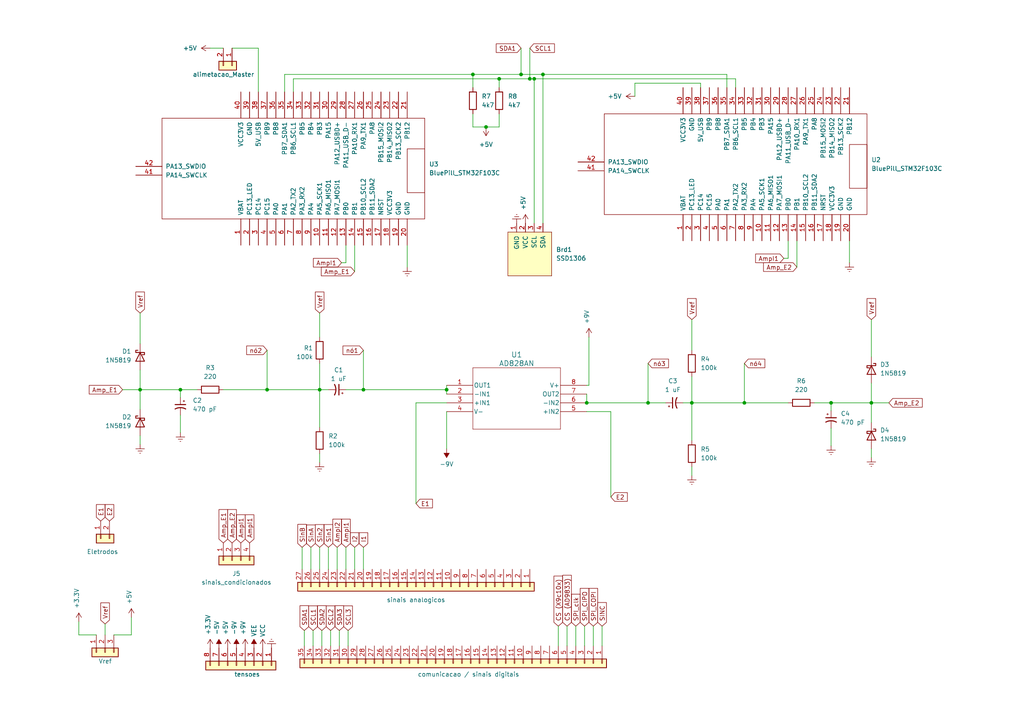
<source format=kicad_sch>
(kicad_sch (version 20230121) (generator eeschema)
  (paper "A4")
  (title_block (title "Condicionamento 2 canais ") (date "2023-07-17") (rev "v01") (company "EITduino") (comment 1 "Autor: Gustavo Pinheiro") (comment 2 "placa face simples 90x100 mm"))
  (lib_symbols
    (symbol "AD828AN:AD828AN" (pin_names (offset 0.254))
      (property "Reference" "U" (at 20.32 10.16 0))
      (property "Value" "AD828AN" (at 20.32 7.62 0))
      (symbol "AD828AN_0_1"
        (polyline (pts (xy 7.62 -12.7) (xy 33.02 -12.7)) (stroke (width 0.127)))
        (polyline (pts (xy 7.62 5.08) (xy 7.62 -12.7)) (stroke (width 0.127)))
        (polyline (pts (xy 33.02 -12.7) (xy 33.02 5.08)) (stroke (width 0.127)))
        (polyline (pts (xy 33.02 5.08) (xy 7.62 5.08)) (stroke (width 0.127)))
        (pin unspecified line (at 0 0 0) (length 7.62) (name "OUT1") (number "1"))
        (pin unspecified line (at 0 -2.54 0) (length 7.62) (name "-IN1") (number "2"))
        (pin unspecified line (at 0 -5.08 0) (length 7.62) (name "+IN1") (number "3"))
        (pin power_in line (at 0 -7.62 0) (length 7.62) (name "V-") (number "4"))
        (pin unspecified line (at 40.64 -7.62 180) (length 7.62) (name "+IN2") (number "5"))
        (pin unspecified line (at 40.64 -5.08 180) (length 7.62) (name "-IN2") (number "6"))
        (pin unspecified line (at 40.64 -2.54 180) (length 7.62) (name "OUT2") (number "7"))
        (pin power_in line (at 40.64 0 180) (length 7.62) (name "V+") (number "8"))
      )
    )
    (symbol "Connector_Generic:Conn_01x02" (pin_names (offset 1.016) hide)
      (property "Reference" "J" (at 0 2.54 0))
      (property "Value" "Conn_01x02" (at 0 -5.08 0))
      (symbol "Conn_01x02_1_1"
        (rectangle (start -1.27 -2.413) (end 0 -2.667) (stroke (width 0.1524)))
        (rectangle (start -1.27 0.127) (end 0 -0.127) (stroke (width 0.1524)))
        (rectangle (start -1.27 1.27) (end 1.27 -3.81) (stroke (width 0.254)) (fill (type background)))
        (pin passive line (at -5.08 0 0) (length 3.81) (name "Pin_1") (number "1"))
        (pin passive line (at -5.08 -2.54 0) (length 3.81) (name "Pin_2") (number "2"))
      )
    )
    (symbol "Connector_Generic:Conn_01x03" (pin_names (offset 1.016) hide)
      (property "Reference" "J" (at 0 5.08 0))
      (property "Value" "Conn_01x03" (at 0 -5.08 0))
      (symbol "Conn_01x03_1_1"
        (rectangle (start -1.27 -2.413) (end 0 -2.667) (stroke (width 0.1524)))
        (rectangle (start -1.27 0.127) (end 0 -0.127) (stroke (width 0.1524)))
        (rectangle (start -1.27 2.667) (end 0 2.413) (stroke (width 0.1524)))
        (rectangle (start -1.27 3.81) (end 1.27 -3.81) (stroke (width 0.254)) (fill (type background)))
        (pin passive line (at -5.08 2.54 0) (length 3.81) (name "Pin_1") (number "1"))
        (pin passive line (at -5.08 0 0) (length 3.81) (name "Pin_2") (number "2"))
        (pin passive line (at -5.08 -2.54 0) (length 3.81) (name "Pin_3") (number "3"))
      )
    )
    (symbol "Connector_Generic:Conn_01x04" (pin_names (offset 1.016) hide)
      (property "Reference" "J" (at 0 5.08 0))
      (property "Value" "Conn_01x04" (at 0 -7.62 0))
      (symbol "Conn_01x04_1_1"
        (rectangle (start -1.27 -4.953) (end 0 -5.207) (stroke (width 0.1524)))
        (rectangle (start -1.27 -2.413) (end 0 -2.667) (stroke (width 0.1524)))
        (rectangle (start -1.27 0.127) (end 0 -0.127) (stroke (width 0.1524)))
        (rectangle (start -1.27 2.667) (end 0 2.413) (stroke (width 0.1524)))
        (rectangle (start -1.27 3.81) (end 1.27 -6.35) (stroke (width 0.254)) (fill (type background)))
        (pin passive line (at -5.08 2.54 0) (length 3.81) (name "Pin_1") (number "1"))
        (pin passive line (at -5.08 0 0) (length 3.81) (name "Pin_2") (number "2"))
        (pin passive line (at -5.08 -2.54 0) (length 3.81) (name "Pin_3") (number "3"))
        (pin passive line (at -5.08 -5.08 0) (length 3.81) (name "Pin_4") (number "4"))
      )
    )
    (symbol "Connector_Generic:Conn_01x08" (pin_names (offset 1.016) hide)
      (property "Reference" "J" (at 0 10.16 0))
      (property "Value" "Conn_01x08" (at 0 -12.7 0))
      (symbol "Conn_01x08_1_1"
        (rectangle (start -1.27 -10.033) (end 0 -10.287) (stroke (width 0.1524)))
        (rectangle (start -1.27 -7.493) (end 0 -7.747) (stroke (width 0.1524)))
        (rectangle (start -1.27 -4.953) (end 0 -5.207) (stroke (width 0.1524)))
        (rectangle (start -1.27 -2.413) (end 0 -2.667) (stroke (width 0.1524)))
        (rectangle (start -1.27 0.127) (end 0 -0.127) (stroke (width 0.1524)))
        (rectangle (start -1.27 2.667) (end 0 2.413) (stroke (width 0.1524)))
        (rectangle (start -1.27 5.207) (end 0 4.953) (stroke (width 0.1524)))
        (rectangle (start -1.27 7.747) (end 0 7.493) (stroke (width 0.1524)))
        (rectangle (start -1.27 8.89) (end 1.27 -11.43) (stroke (width 0.254)) (fill (type background)))
        (pin passive line (at -5.08 7.62 0) (length 3.81) (name "Pin_1") (number "1"))
        (pin passive line (at -5.08 5.08 0) (length 3.81) (name "Pin_2") (number "2"))
        (pin passive line (at -5.08 2.54 0) (length 3.81) (name "Pin_3") (number "3"))
        (pin passive line (at -5.08 0 0) (length 3.81) (name "Pin_4") (number "4"))
        (pin passive line (at -5.08 -2.54 0) (length 3.81) (name "Pin_5") (number "5"))
        (pin passive line (at -5.08 -5.08 0) (length 3.81) (name "Pin_6") (number "6"))
        (pin passive line (at -5.08 -7.62 0) (length 3.81) (name "Pin_7") (number "7"))
        (pin passive line (at -5.08 -10.16 0) (length 3.81) (name "Pin_8") (number "8"))
      )
    )
    (symbol "Connector_Generic:Conn_01x27" (pin_names (offset 1.016) hide)
      (property "Reference" "J" (at 0 35.56 0))
      (property "Value" "Conn_01x27" (at 0 -35.56 0))
      (symbol "Conn_01x27_1_1"
        (rectangle (start -1.27 -32.893) (end 0 -33.147) (stroke (width 0.1524)))
        (rectangle (start -1.27 -30.353) (end 0 -30.607) (stroke (width 0.1524)))
        (rectangle (start -1.27 -27.813) (end 0 -28.067) (stroke (width 0.1524)))
        (rectangle (start -1.27 -25.273) (end 0 -25.527) (stroke (width 0.1524)))
        (rectangle (start -1.27 -22.733) (end 0 -22.987) (stroke (width 0.1524)))
        (rectangle (start -1.27 -20.193) (end 0 -20.447) (stroke (width 0.1524)))
        (rectangle (start -1.27 -17.653) (end 0 -17.907) (stroke (width 0.1524)))
        (rectangle (start -1.27 -15.113) (end 0 -15.367) (stroke (width 0.1524)))
        (rectangle (start -1.27 -12.573) (end 0 -12.827) (stroke (width 0.1524)))
        (rectangle (start -1.27 -10.033) (end 0 -10.287) (stroke (width 0.1524)))
        (rectangle (start -1.27 -7.493) (end 0 -7.747) (stroke (width 0.1524)))
        (rectangle (start -1.27 -4.953) (end 0 -5.207) (stroke (width 0.1524)))
        (rectangle (start -1.27 -2.413) (end 0 -2.667) (stroke (width 0.1524)))
        (rectangle (start -1.27 0.127) (end 0 -0.127) (stroke (width 0.1524)))
        (rectangle (start -1.27 2.667) (end 0 2.413) (stroke (width 0.1524)))
        (rectangle (start -1.27 5.207) (end 0 4.953) (stroke (width 0.1524)))
        (rectangle (start -1.27 7.747) (end 0 7.493) (stroke (width 0.1524)))
        (rectangle (start -1.27 10.287) (end 0 10.033) (stroke (width 0.1524)))
        (rectangle (start -1.27 12.827) (end 0 12.573) (stroke (width 0.1524)))
        (rectangle (start -1.27 15.367) (end 0 15.113) (stroke (width 0.1524)))
        (rectangle (start -1.27 17.907) (end 0 17.653) (stroke (width 0.1524)))
        (rectangle (start -1.27 20.447) (end 0 20.193) (stroke (width 0.1524)))
        (rectangle (start -1.27 22.987) (end 0 22.733) (stroke (width 0.1524)))
        (rectangle (start -1.27 25.527) (end 0 25.273) (stroke (width 0.1524)))
        (rectangle (start -1.27 28.067) (end 0 27.813) (stroke (width 0.1524)))
        (rectangle (start -1.27 30.607) (end 0 30.353) (stroke (width 0.1524)))
        (rectangle (start -1.27 33.147) (end 0 32.893) (stroke (width 0.1524)))
        (rectangle (start -1.27 34.29) (end 1.27 -34.29) (stroke (width 0.254)) (fill (type background)))
        (pin passive line (at -5.08 33.02 0) (length 3.81) (name "Pin_1") (number "1"))
        (pin passive line (at -5.08 10.16 0) (length 3.81) (name "Pin_10") (number "10"))
        (pin passive line (at -5.08 7.62 0) (length 3.81) (name "Pin_11") (number "11"))
        (pin passive line (at -5.08 5.08 0) (length 3.81) (name "Pin_12") (number "12"))
        (pin passive line (at -5.08 2.54 0) (length 3.81) (name "Pin_13") (number "13"))
        (pin passive line (at -5.08 0 0) (length 3.81) (name "Pin_14") (number "14"))
        (pin passive line (at -5.08 -2.54 0) (length 3.81) (name "Pin_15") (number "15"))
        (pin passive line (at -5.08 -5.08 0) (length 3.81) (name "Pin_16") (number "16"))
        (pin passive line (at -5.08 -7.62 0) (length 3.81) (name "Pin_17") (number "17"))
        (pin passive line (at -5.08 -10.16 0) (length 3.81) (name "Pin_18") (number "18"))
        (pin passive line (at -5.08 -12.7 0) (length 3.81) (name "Pin_19") (number "19"))
        (pin passive line (at -5.08 30.48 0) (length 3.81) (name "Pin_2") (number "2"))
        (pin passive line (at -5.08 -15.24 0) (length 3.81) (name "Pin_20") (number "20"))
        (pin passive line (at -5.08 -17.78 0) (length 3.81) (name "Pin_21") (number "21"))
        (pin passive line (at -5.08 -20.32 0) (length 3.81) (name "Pin_22") (number "22"))
        (pin passive line (at -5.08 -22.86 0) (length 3.81) (name "Pin_23") (number "23"))
        (pin passive line (at -5.08 -25.4 0) (length 3.81) (name "Pin_24") (number "24"))
        (pin passive line (at -5.08 -27.94 0) (length 3.81) (name "Pin_25") (number "25"))
        (pin passive line (at -5.08 -30.48 0) (length 3.81) (name "Pin_26") (number "26"))
        (pin passive line (at -5.08 -33.02 0) (length 3.81) (name "Pin_27") (number "27"))
        (pin passive line (at -5.08 27.94 0) (length 3.81) (name "Pin_3") (number "3"))
        (pin passive line (at -5.08 25.4 0) (length 3.81) (name "Pin_4") (number "4"))
        (pin passive line (at -5.08 22.86 0) (length 3.81) (name "Pin_5") (number "5"))
        (pin passive line (at -5.08 20.32 0) (length 3.81) (name "Pin_6") (number "6"))
        (pin passive line (at -5.08 17.78 0) (length 3.81) (name "Pin_7") (number "7"))
        (pin passive line (at -5.08 15.24 0) (length 3.81) (name "Pin_8") (number "8"))
        (pin passive line (at -5.08 12.7 0) (length 3.81) (name "Pin_9") (number "9"))
      )
    )
    (symbol "Connector_Generic:Conn_01x35" (pin_names (offset 1.016) hide)
      (property "Reference" "J" (at 0 45.72 0))
      (property "Value" "Conn_01x35" (at 0 -45.72 0))
      (symbol "Conn_01x35_1_1"
        (rectangle (start -1.27 -43.053) (end 0 -43.307) (stroke (width 0.1524)))
        (rectangle (start -1.27 -40.513) (end 0 -40.767) (stroke (width 0.1524)))
        (rectangle (start -1.27 -37.973) (end 0 -38.227) (stroke (width 0.1524)))
        (rectangle (start -1.27 -35.433) (end 0 -35.687) (stroke (width 0.1524)))
        (rectangle (start -1.27 -32.893) (end 0 -33.147) (stroke (width 0.1524)))
        (rectangle (start -1.27 -30.353) (end 0 -30.607) (stroke (width 0.1524)))
        (rectangle (start -1.27 -27.813) (end 0 -28.067) (stroke (width 0.1524)))
        (rectangle (start -1.27 -25.273) (end 0 -25.527) (stroke (width 0.1524)))
        (rectangle (start -1.27 -22.733) (end 0 -22.987) (stroke (width 0.1524)))
        (rectangle (start -1.27 -20.193) (end 0 -20.447) (stroke (width 0.1524)))
        (rectangle (start -1.27 -17.653) (end 0 -17.907) (stroke (width 0.1524)))
        (rectangle (start -1.27 -15.113) (end 0 -15.367) (stroke (width 0.1524)))
        (rectangle (start -1.27 -12.573) (end 0 -12.827) (stroke (width 0.1524)))
        (rectangle (start -1.27 -10.033) (end 0 -10.287) (stroke (width 0.1524)))
        (rectangle (start -1.27 -7.493) (end 0 -7.747) (stroke (width 0.1524)))
        (rectangle (start -1.27 -4.953) (end 0 -5.207) (stroke (width 0.1524)))
        (rectangle (start -1.27 -2.413) (end 0 -2.667) (stroke (width 0.1524)))
        (rectangle (start -1.27 0.127) (end 0 -0.127) (stroke (width 0.1524)))
        (rectangle (start -1.27 2.667) (end 0 2.413) (stroke (width 0.1524)))
        (rectangle (start -1.27 5.207) (end 0 4.953) (stroke (width 0.1524)))
        (rectangle (start -1.27 7.747) (end 0 7.493) (stroke (width 0.1524)))
        (rectangle (start -1.27 10.287) (end 0 10.033) (stroke (width 0.1524)))
        (rectangle (start -1.27 12.827) (end 0 12.573) (stroke (width 0.1524)))
        (rectangle (start -1.27 15.367) (end 0 15.113) (stroke (width 0.1524)))
        (rectangle (start -1.27 17.907) (end 0 17.653) (stroke (width 0.1524)))
        (rectangle (start -1.27 20.447) (end 0 20.193) (stroke (width 0.1524)))
        (rectangle (start -1.27 22.987) (end 0 22.733) (stroke (width 0.1524)))
        (rectangle (start -1.27 25.527) (end 0 25.273) (stroke (width 0.1524)))
        (rectangle (start -1.27 28.067) (end 0 27.813) (stroke (width 0.1524)))
        (rectangle (start -1.27 30.607) (end 0 30.353) (stroke (width 0.1524)))
        (rectangle (start -1.27 33.147) (end 0 32.893) (stroke (width 0.1524)))
        (rectangle (start -1.27 35.687) (end 0 35.433) (stroke (width 0.1524)))
        (rectangle (start -1.27 38.227) (end 0 37.973) (stroke (width 0.1524)))
        (rectangle (start -1.27 40.767) (end 0 40.513) (stroke (width 0.1524)))
        (rectangle (start -1.27 43.307) (end 0 43.053) (stroke (width 0.1524)))
        (rectangle (start -1.27 44.45) (end 1.27 -44.45) (stroke (width 0.254)) (fill (type background)))
        (pin passive line (at -5.08 43.18 0) (length 3.81) (name "Pin_1") (number "1"))
        (pin passive line (at -5.08 20.32 0) (length 3.81) (name "Pin_10") (number "10"))
        (pin passive line (at -5.08 17.78 0) (length 3.81) (name "Pin_11") (number "11"))
        (pin passive line (at -5.08 15.24 0) (length 3.81) (name "Pin_12") (number "12"))
        (pin passive line (at -5.08 12.7 0) (length 3.81) (name "Pin_13") (number "13"))
        (pin passive line (at -5.08 10.16 0) (length 3.81) (name "Pin_14") (number "14"))
        (pin passive line (at -5.08 7.62 0) (length 3.81) (name "Pin_15") (number "15"))
        (pin passive line (at -5.08 5.08 0) (length 3.81) (name "Pin_16") (number "16"))
        (pin passive line (at -5.08 2.54 0) (length 3.81) (name "Pin_17") (number "17"))
        (pin passive line (at -5.08 0 0) (length 3.81) (name "Pin_18") (number "18"))
        (pin passive line (at -5.08 -2.54 0) (length 3.81) (name "Pin_19") (number "19"))
        (pin passive line (at -5.08 40.64 0) (length 3.81) (name "Pin_2") (number "2"))
        (pin passive line (at -5.08 -5.08 0) (length 3.81) (name "Pin_20") (number "20"))
        (pin passive line (at -5.08 -7.62 0) (length 3.81) (name "Pin_21") (number "21"))
        (pin passive line (at -5.08 -10.16 0) (length 3.81) (name "Pin_22") (number "22"))
        (pin passive line (at -5.08 -12.7 0) (length 3.81) (name "Pin_23") (number "23"))
        (pin passive line (at -5.08 -15.24 0) (length 3.81) (name "Pin_24") (number "24"))
        (pin passive line (at -5.08 -17.78 0) (length 3.81) (name "Pin_25") (number "25"))
        (pin passive line (at -5.08 -20.32 0) (length 3.81) (name "Pin_26") (number "26"))
        (pin passive line (at -5.08 -22.86 0) (length 3.81) (name "Pin_27") (number "27"))
        (pin passive line (at -5.08 -25.4 0) (length 3.81) (name "Pin_28") (number "28"))
        (pin passive line (at -5.08 -27.94 0) (length 3.81) (name "Pin_29") (number "29"))
        (pin passive line (at -5.08 38.1 0) (length 3.81) (name "Pin_3") (number "3"))
        (pin passive line (at -5.08 -30.48 0) (length 3.81) (name "Pin_30") (number "30"))
        (pin passive line (at -5.08 -33.02 0) (length 3.81) (name "Pin_31") (number "31"))
        (pin passive line (at -5.08 -35.56 0) (length 3.81) (name "Pin_32") (number "32"))
        (pin passive line (at -5.08 -38.1 0) (length 3.81) (name "Pin_33") (number "33"))
        (pin passive line (at -5.08 -40.64 0) (length 3.81) (name "Pin_34") (number "34"))
        (pin passive line (at -5.08 -43.18 0) (length 3.81) (name "Pin_35") (number "35"))
        (pin passive line (at -5.08 35.56 0) (length 3.81) (name "Pin_4") (number "4"))
        (pin passive line (at -5.08 33.02 0) (length 3.81) (name "Pin_5") (number "5"))
        (pin passive line (at -5.08 30.48 0) (length 3.81) (name "Pin_6") (number "6"))
        (pin passive line (at -5.08 27.94 0) (length 3.81) (name "Pin_7") (number "7"))
        (pin passive line (at -5.08 25.4 0) (length 3.81) (name "Pin_8") (number "8"))
        (pin passive line (at -5.08 22.86 0) (length 3.81) (name "Pin_9") (number "9"))
      )
    )
    (symbol "Device:C_Polarized_Small_US" (pin_numbers hide) (pin_names (offset 0.254) hide)
      (property "Reference" "C" (at 0.254 1.778 0))
      (property "Value" "C_Polarized_Small_US" (at 0.254 -2.032 0))
      (symbol "C_Polarized_Small_US_0_1"
        (polyline (pts (xy -1.524 0.508) (xy 1.524 0.508)) (stroke (width 0.3048)))
        (polyline (pts (xy -1.27 1.524) (xy -0.762 1.524)))
        (polyline (pts (xy -1.016 1.27) (xy -1.016 1.778)))
        (arc (start 1.524 -0.762) (mid 0 -0.3734) (end -1.524 -0.762) (stroke (width 0.3048)))
      )
      (symbol "C_Polarized_Small_US_1_1"
        (pin passive line (at 0 2.54 270) (length 2.032) (name "~") (number "1"))
        (pin passive line (at 0 -2.54 90) (length 2.032) (name "~") (number "2"))
      )
    )
    (symbol "Device:R" (pin_numbers hide) (pin_names (offset 0))
      (property "Reference" "R" (at 2.032 0 90))
      (property "Value" "R" (at 0 0 90))
      (symbol "R_0_1"
        (rectangle (start -1.016 -2.54) (end 1.016 2.54) (stroke (width 0.254)))
      )
      (symbol "R_1_1"
        (pin passive line (at 0 3.81 270) (length 1.27) (name "~") (number "1"))
        (pin passive line (at 0 -3.81 90) (length 1.27) (name "~") (number "2"))
      )
    )
    (symbol "Diode:1N5819" (pin_numbers hide) (pin_names (offset 1.016) hide)
      (property "Reference" "D" (at 0 2.54 0))
      (property "Value" "1N5819" (at 0 -2.54 0))
      (symbol "1N5819_0_1"
        (polyline (pts (xy 1.27 0) (xy -1.27 0)))
        (polyline (pts (xy 1.27 1.27) (xy 1.27 -1.27) (xy -1.27 0) (xy 1.27 1.27)) (stroke (width 0.254)))
        (polyline (pts (xy -1.905 0.635) (xy -1.905 1.27) (xy -1.27 1.27) (xy -1.27 -1.27) (xy -0.635 -1.27) (xy -0.635 -0.635)) (stroke (width 0.254)))
      )
      (symbol "1N5819_1_1"
        (pin passive line (at -3.81 0 0) (length 2.54) (name "K") (number "1"))
        (pin passive line (at 3.81 0 180) (length 2.54) (name "A") (number "2"))
      )
    )
    (symbol "SSD1306-128x64_OLED:SSD1306" (pin_names (offset 1.016))
      (property "Reference" "Brd" (at 0 -3.81 0))
      (property "Value" "SSD1306" (at 0 -1.27 0))
      (symbol "SSD1306_0_1"
        (rectangle (start -6.35 6.35) (end 6.35 -6.35) (fill (type background)))
      )
      (symbol "SSD1306_1_1"
        (pin input line (at -3.81 8.89 270) (length 2.54) (name "GND") (number "1"))
        (pin input line (at -1.27 8.89 270) (length 2.54) (name "VCC") (number "2"))
        (pin input line (at 1.27 8.89 270) (length 2.54) (name "SCL") (number "3"))
        (pin input line (at 3.81 8.89 270) (length 2.54) (name "SDA") (number "4"))
      )
    )
    (symbol "bluepill_breakouts:BluePill_STM32F103C" (pin_names (offset 1.016))
      (property "Reference" "U" (at -11.43 -34.29 0))
      (property "Value" "BluePill_STM32F103C" (at 1.27 21.59 0))
      (symbol "BluePill_STM32F103C_0_1"
        (rectangle (start -6.35 -35.56) (end 6.35 -30.48))
      )
      (symbol "BluePill_STM32F103C_1_0"
        (rectangle (start -13.97 -35.56) (end 15.24 40.64))
      )
      (symbol "BluePill_STM32F103C_1_1"
        (pin power_in line (at -21.59 17.78 0) (length 7.62) (name "VBAT") (number "1"))
        (pin bidirectional line (at -21.59 -5.08 0) (length 7.62) (name "PA5_SCK1") (number "10"))
        (pin bidirectional line (at -21.59 -7.62 0) (length 7.62) (name "PA6_MISO1") (number "11"))
        (pin bidirectional line (at -21.59 -10.16 0) (length 7.62) (name "PA7_MOSI1") (number "12"))
        (pin bidirectional line (at -21.59 -12.7 0) (length 7.62) (name "PB0") (number "13"))
        (pin bidirectional line (at -21.59 -15.24 0) (length 7.62) (name "PB1") (number "14"))
        (pin bidirectional line (at -21.59 -17.78 0) (length 7.62) (name "PB10_SCL2") (number "15"))
        (pin bidirectional line (at -21.59 -20.32 0) (length 7.62) (name "PB11_SDA2") (number "16"))
        (pin input line (at -21.59 -22.86 0) (length 7.62) (name "NRST") (number "17"))
        (pin bidirectional line (at -21.59 -25.4 0) (length 7.62) (name "VCC3V3") (number "18"))
        (pin power_in line (at -21.59 -27.94 0) (length 7.62) (name "GND") (number "19"))
        (pin bidirectional line (at -21.59 15.24 0) (length 7.62) (name "PC13_LED") (number "2"))
        (pin power_in line (at -21.59 -30.48 0) (length 7.62) (name "GND") (number "20"))
        (pin bidirectional line (at 22.86 -30.48 180) (length 7.62) (name "PB12") (number "21"))
        (pin bidirectional line (at 22.86 -27.94 180) (length 7.62) (name "PB13_SCK2") (number "22"))
        (pin bidirectional line (at 22.86 -25.4 180) (length 7.62) (name "PB14_MISO2") (number "23"))
        (pin bidirectional line (at 22.86 -22.86 180) (length 7.62) (name "PB15_MOSI2") (number "24"))
        (pin bidirectional line (at 22.86 -20.32 180) (length 7.62) (name "PA8") (number "25"))
        (pin bidirectional line (at 22.86 -17.78 180) (length 7.62) (name "PA9_TX1") (number "26"))
        (pin bidirectional line (at 22.86 -15.24 180) (length 7.62) (name "PA10_RX1") (number "27"))
        (pin bidirectional line (at 22.86 -12.7 180) (length 7.62) (name "PA11_USB_D-") (number "28"))
        (pin bidirectional line (at 22.86 -10.16 180) (length 7.62) (name "PA12_USBD+") (number "29"))
        (pin bidirectional line (at -21.59 12.7 0) (length 7.62) (name "PC14") (number "3"))
        (pin bidirectional line (at 22.86 -7.62 180) (length 7.62) (name "PA15") (number "30"))
        (pin bidirectional line (at 22.86 -5.08 180) (length 7.62) (name "PB3") (number "31"))
        (pin bidirectional line (at 22.86 -2.54 180) (length 7.62) (name "PB4") (number "32"))
        (pin bidirectional line (at 22.86 0 180) (length 7.62) (name "PB5") (number "33"))
        (pin bidirectional line (at 22.86 2.54 180) (length 7.62) (name "PB6_SCL1") (number "34"))
        (pin bidirectional line (at 22.86 5.08 180) (length 7.62) (name "PB7_SDA1") (number "35"))
        (pin bidirectional line (at 22.86 7.62 180) (length 7.62) (name "PB8") (number "36"))
        (pin bidirectional line (at 22.86 10.16 180) (length 7.62) (name "PB9") (number "37"))
        (pin bidirectional line (at 22.86 12.7 180) (length 7.62) (name "5V_USB") (number "38"))
        (pin power_in line (at 22.86 15.24 180) (length 7.62) (name "GND") (number "39"))
        (pin bidirectional line (at -21.59 10.16 0) (length 7.62) (name "PC15") (number "4"))
        (pin bidirectional line (at 22.86 17.78 180) (length 7.62) (name "VCC3V3") (number "40"))
        (pin bidirectional line (at -1.27 48.26 270) (length 7.62) (name "PA14_SWCLK") (number "41"))
        (pin bidirectional line (at 1.27 48.26 270) (length 7.62) (name "PA13_SWDIO") (number "42"))
        (pin bidirectional line (at -21.59 7.62 0) (length 7.62) (name "PA0") (number "5"))
        (pin bidirectional line (at -21.59 5.08 0) (length 7.62) (name "PA1") (number "6"))
        (pin bidirectional line (at -21.59 2.54 0) (length 7.62) (name "PA2_TX2") (number "7"))
        (pin bidirectional line (at -21.59 0 0) (length 7.62) (name "PA3_RX2") (number "8"))
        (pin bidirectional line (at -21.59 -2.54 0) (length 7.62) (name "PA4") (number "9"))
      )
    )
    (symbol "power:+3.3V" (power) (pin_names (offset 0))
      (property "Value" "+3.3V" (at 0 3.556 0))
      (symbol "+3.3V_0_1"
        (polyline (pts (xy -0.762 1.27) (xy 0 2.54)))
        (polyline (pts (xy 0 0) (xy 0 2.54)))
        (polyline (pts (xy 0 2.54) (xy 0.762 1.27)))
      )
      (symbol "+3.3V_1_1"
        (pin power_in line (at 0 0 90) (length 0) hide (name "+3.3V") (number "1"))
      )
    )
    (symbol "power:+5V" (power) (pin_names (offset 0))
      (property "Value" "+5V" (at 0 3.556 0))
      (symbol "+5V_0_1"
        (polyline (pts (xy -0.762 1.27) (xy 0 2.54)))
        (polyline (pts (xy 0 0) (xy 0 2.54)))
        (polyline (pts (xy 0 2.54) (xy 0.762 1.27)))
      )
      (symbol "+5V_1_1"
        (pin power_in line (at 0 0 90) (length 0) hide (name "+5V") (number "1"))
      )
    )
    (symbol "power:+9V" (power) (pin_names (offset 0))
      (property "Value" "+9V" (at 0 3.556 0))
      (symbol "+9V_0_1"
        (polyline (pts (xy -0.762 1.27) (xy 0 2.54)))
        (polyline (pts (xy 0 0) (xy 0 2.54)))
        (polyline (pts (xy 0 2.54) (xy 0.762 1.27)))
      )
      (symbol "+9V_1_1"
        (pin power_in line (at 0 0 90) (length 0) hide (name "+9V") (number "1"))
      )
    )
    (symbol "power:-5V" (power) (pin_names (offset 0))
      (property "Value" "-5V" (at 0 3.81 0))
      (symbol "-5V_0_0"
        (pin power_in line (at 0 0 90) (length 0) hide (name "-5V") (number "1"))
      )
      (symbol "-5V_0_1"
        (polyline (pts (xy 0 0) (xy 0 1.27) (xy 0.762 1.27) (xy 0 2.54) (xy -0.762 1.27) (xy 0 1.27)) (fill (type outline)))
      )
    )
    (symbol "power:-9V" (power) (pin_names (offset 0))
      (property "Value" "-9V" (at 0 3.81 0))
      (symbol "-9V_0_1"
        (polyline (pts (xy 0 0) (xy 0 2.54)))
        (polyline (pts (xy 0.762 1.27) (xy -0.762 1.27) (xy 0 2.54) (xy 0.762 1.27)) (fill (type outline)))
      )
      (symbol "-9V_1_1"
        (pin power_in line (at 0 0 90) (length 0) hide (name "-9V") (number "1"))
      )
    )
    (symbol "power:Earth" (power) (pin_names (offset 0))
      (symbol "Earth_0_1"
        (polyline (pts (xy -0.635 -1.905) (xy 0.635 -1.905)))
        (polyline (pts (xy -0.127 -2.54) (xy 0.127 -2.54)))
        (polyline (pts (xy 0 -1.27) (xy 0 0)))
        (polyline (pts (xy 1.27 -1.27) (xy -1.27 -1.27)))
      )
      (symbol "Earth_1_1"
        (pin power_in line (at 0 0 270) (length 0) hide (name "Earth") (number "1"))
      )
    )
    (symbol "power:VCC" (power) (pin_names (offset 0))
      (property "Value" "VCC" (at 0 3.81 0))
      (symbol "VCC_0_1"
        (polyline (pts (xy -0.762 1.27) (xy 0 2.54)))
        (polyline (pts (xy 0 0) (xy 0 2.54)))
        (polyline (pts (xy 0 2.54) (xy 0.762 1.27)))
      )
      (symbol "VCC_1_1"
        (pin power_in line (at 0 0 90) (length 0) hide (name "VCC") (number "1"))
      )
    )
    (symbol "power:VEE" (power) (pin_names (offset 0))
      (property "Value" "VEE" (at 0 3.81 0))
      (symbol "VEE_0_1"
        (polyline (pts (xy 0 0) (xy 0 2.54)))
        (polyline (pts (xy 0.762 1.27) (xy -0.762 1.27) (xy 0 2.54) (xy 0.762 1.27)) (fill (type outline)))
      )
      (symbol "VEE_1_1"
        (pin power_in line (at 0 0 90) (length 0) hide (name "VEE") (number "1"))
      )
    )
  )
  (junction (at 200.66 116.84))
  (junction (at 153.67 22.86))
  (junction (at 144.78 22.86))
  (junction (at 137.16 21.59))
  (junction (at 215.9 116.84))
  (junction (at 170.18 116.84))
  (junction (at 252.73 116.84))
  (junction (at 52.324 113.03))
  (junction (at 77.47 113.03))
  (junction (at 154.94 22.86))
  (junction (at 157.48 21.59))
  (junction (at 40.64 113.03))
  (junction (at 241.046 116.84))
  (junction (at 105.41 113.03))
  (junction (at 187.96 116.84))
  (junction (at 151.13 21.59))
  (junction (at 140.97 36.83))
  (junction (at 129.54 113.03))
  (junction (at 92.71 113.03))
  (wire (pts (xy 82.55 21.59) (xy 82.55 26.67)))
  (wire (pts (xy 172.085 181.61) (xy 172.085 187.325)))
  (wire (pts (xy 33.02 184.15) (xy 38.1 184.15)))
  (wire (pts (xy 118.11 71.12) (xy 118.11 77.47)))
  (wire (pts (xy 144.78 33.02) (xy 144.78 36.83)))
  (wire (pts (xy 77.47 113.03) (xy 64.77 113.03)))
  (wire (pts (xy 90.17 158.75) (xy 90.17 165.1)))
  (wire (pts (xy 236.22 116.84) (xy 241.046 116.84)))
  (wire (pts (xy 95.25 113.03) (xy 92.71 113.03)))
  (wire (pts (xy 74.93 13.97) (xy 74.93 26.67)))
  (wire (pts (xy 40.64 126.365) (xy 40.64 128.905)))
  (wire (pts (xy 200.66 116.84) (xy 200.66 127.762)))
  (wire (pts (xy 60.96 13.97) (xy 64.77 13.97)))
  (wire (pts (xy 95.25 158.75) (xy 95.25 165.1)))
  (wire (pts (xy 137.16 21.59) (xy 82.55 21.59)))
  (wire (pts (xy 93.345 182.88) (xy 93.345 187.325)))
  (wire (pts (xy 87.63 158.75) (xy 87.63 165.1)))
  (wire (pts (xy 200.66 135.382) (xy 200.66 137.922)))
  (wire (pts (xy 52.324 113.03) (xy 40.64 113.03)))
  (wire (pts (xy 90.805 182.88) (xy 90.805 187.325)))
  (wire (pts (xy 105.41 113.03) (xy 100.33 113.03)))
  (wire (pts (xy 144.78 36.83) (xy 140.97 36.83)))
  (wire (pts (xy 252.73 130.175) (xy 252.73 132.715)))
  (wire (pts (xy 151.13 13.97) (xy 151.13 21.59)))
  (wire (pts (xy 187.96 116.84) (xy 193.04 116.84)))
  (wire (pts (xy 144.78 22.86) (xy 144.78 25.4)))
  (wire (pts (xy 100.965 182.88) (xy 100.965 187.325)))
  (wire (pts (xy 170.18 114.3) (xy 170.18 116.84)))
  (wire (pts (xy 129.54 113.03) (xy 105.41 113.03)))
  (wire (pts (xy 153.67 22.86) (xy 154.94 22.86)))
  (wire (pts (xy 137.16 33.02) (xy 137.16 36.83)))
  (wire (pts (xy 246.38 69.85) (xy 246.38 76.2)))
  (wire (pts (xy 228.6 69.85) (xy 228.6 74.93)))
  (wire (pts (xy 92.71 113.03) (xy 77.47 113.03)))
  (wire (pts (xy 170.18 119.38) (xy 177.165 119.38)))
  (wire (pts (xy 164.465 181.61) (xy 164.465 187.325)))
  (wire (pts (xy 88.265 182.88) (xy 88.265 187.325)))
  (wire (pts (xy 198.12 116.84) (xy 200.66 116.84)))
  (wire (pts (xy 252.73 116.84) (xy 257.81 116.84)))
  (wire (pts (xy 100.33 158.75) (xy 100.33 165.1)))
  (wire (pts (xy 85.09 22.86) (xy 144.78 22.86)))
  (wire (pts (xy 40.64 118.745) (xy 40.64 113.03)))
  (wire (pts (xy 241.046 116.84) (xy 241.046 119.126)))
  (wire (pts (xy 154.94 22.86) (xy 154.94 64.77)))
  (wire (pts (xy 231.14 69.85) (xy 231.14 77.47)))
  (wire (pts (xy 151.13 21.59) (xy 137.16 21.59)))
  (wire (pts (xy 102.87 158.75) (xy 102.87 165.1)))
  (wire (pts (xy 213.36 22.86) (xy 213.36 25.4)))
  (wire (pts (xy 40.64 90.805) (xy 40.64 99.695)))
  (wire (pts (xy 161.925 181.61) (xy 161.925 187.325)))
  (wire (pts (xy 92.71 105.41) (xy 92.71 113.03)))
  (wire (pts (xy 129.54 111.76) (xy 129.54 113.03)))
  (wire (pts (xy 167.005 181.61) (xy 167.005 187.325)))
  (wire (pts (xy 40.64 113.03) (xy 35.56 113.03)))
  (wire (pts (xy 157.48 21.59) (xy 157.48 64.77)))
  (wire (pts (xy 95.885 182.88) (xy 95.885 187.325)))
  (wire (pts (xy 52.324 113.03) (xy 52.324 115.316)))
  (wire (pts (xy 252.73 111.125) (xy 252.73 116.84)))
  (wire (pts (xy 200.66 116.84) (xy 215.9 116.84)))
  (wire (pts (xy 38.1 184.15) (xy 38.1 179.07)))
  (wire (pts (xy 52.324 120.396) (xy 52.324 125.476)))
  (wire (pts (xy 200.66 92.71) (xy 200.66 101.6)))
  (wire (pts (xy 187.96 105.41) (xy 187.96 116.84)))
  (wire (pts (xy 144.78 22.86) (xy 153.67 22.86)))
  (wire (pts (xy 102.87 71.12) (xy 102.87 78.74)))
  (wire (pts (xy 170.815 97.79) (xy 170.815 111.76)))
  (wire (pts (xy 92.71 158.75) (xy 92.71 165.1)))
  (wire (pts (xy 120.65 146.05) (xy 120.65 116.84)))
  (wire (pts (xy 187.96 116.84) (xy 170.18 116.84)))
  (wire (pts (xy 157.48 21.59) (xy 151.13 21.59)))
  (wire (pts (xy 129.54 119.38) (xy 129.54 130.175)))
  (wire (pts (xy 170.815 111.76) (xy 170.18 111.76)))
  (wire (pts (xy 215.9 116.84) (xy 228.6 116.84)))
  (wire (pts (xy 241.046 124.206) (xy 241.046 129.286)))
  (wire (pts (xy 184.15 24.13) (xy 184.15 27.94)))
  (wire (pts (xy 92.71 131.572) (xy 92.71 134.112)))
  (wire (pts (xy 77.47 101.6) (xy 77.47 113.03)))
  (wire (pts (xy 92.71 90.805) (xy 92.71 97.79)))
  (wire (pts (xy 174.625 181.61) (xy 174.625 187.325)))
  (wire (pts (xy 22.86 184.15) (xy 22.86 180.34)))
  (wire (pts (xy 99.06 76.2) (xy 100.33 76.2)))
  (wire (pts (xy 92.71 113.03) (xy 92.71 123.952)))
  (wire (pts (xy 252.73 122.555) (xy 252.73 116.84)))
  (wire (pts (xy 100.33 71.12) (xy 100.33 76.2)))
  (wire (pts (xy 153.67 13.97) (xy 153.67 22.86)))
  (wire (pts (xy 177.165 144.145) (xy 177.165 119.38)))
  (wire (pts (xy 169.545 181.61) (xy 169.545 187.325)))
  (wire (pts (xy 200.66 109.22) (xy 200.66 116.84)))
  (wire (pts (xy 40.64 107.315) (xy 40.64 113.03)))
  (wire (pts (xy 203.2 25.4) (xy 203.2 24.13)))
  (wire (pts (xy 105.41 101.6) (xy 105.41 113.03)))
  (wire (pts (xy 252.73 92.71) (xy 252.73 103.505)))
  (wire (pts (xy 74.93 13.97) (xy 67.31 13.97)))
  (wire (pts (xy 227.33 74.93) (xy 228.6 74.93)))
  (wire (pts (xy 120.65 116.84) (xy 129.54 116.84)))
  (wire (pts (xy 137.16 36.83) (xy 140.97 36.83)))
  (wire (pts (xy 30.48 180.975) (xy 30.48 184.15)))
  (wire (pts (xy 241.046 116.84) (xy 252.73 116.84)))
  (wire (pts (xy 98.425 182.88) (xy 98.425 187.325)))
  (wire (pts (xy 129.54 113.03) (xy 129.54 114.3)))
  (wire (pts (xy 154.94 22.86) (xy 213.36 22.86)))
  (wire (pts (xy 203.2 24.13) (xy 184.15 24.13)))
  (wire (pts (xy 210.82 21.59) (xy 157.48 21.59)))
  (wire (pts (xy 210.82 25.4) (xy 210.82 21.59)))
  (wire (pts (xy 105.41 158.75) (xy 105.41 165.1)))
  (wire (pts (xy 57.15 113.03) (xy 52.324 113.03)))
  (wire (pts (xy 97.79 158.75) (xy 97.79 165.1)))
  (wire (pts (xy 215.9 105.41) (xy 215.9 116.84)))
  (wire (pts (xy 27.94 184.15) (xy 22.86 184.15)))
  (wire (pts (xy 137.16 21.59) (xy 137.16 25.4)))
  (wire (pts (xy 85.09 26.67) (xy 85.09 22.86)))
  (global_label "SCL2" (shape input) (at 95.885 182.88 90) (property "Intersheetrefs" "${INTERSHEET_REFS}" (effects hide)))
  (global_label "AmpI1" (shape input) (at 69.85 157.48 90) (property "Intersheetrefs" "${INTERSHEET_REFS}" (effects hide)))
  (global_label "Amp_E2" (shape input) (at 231.14 77.47 180) (property "Intersheetrefs" "${INTERSHEET_REFS}" (effects hide)))
  (global_label "E1" (shape input) (at 120.65 146.05 0) (property "Intersheetrefs" "${INTERSHEET_REFS}" (effects hide)))
  (global_label "Amp_E2" (shape input) (at 257.81 116.84 0) (property "Intersheetrefs" "${INTERSHEET_REFS}" (effects hide)))
  (global_label "SPI_CIPO" (shape input) (at 169.545 181.61 90) (property "Intersheetrefs" "${INTERSHEET_REFS}" (effects hide)))
  (global_label "AmpI1" (shape input) (at 227.33 74.93 180) (property "Intersheetrefs" "${INTERSHEET_REFS}" (effects hide)))
  (global_label "Vref" (shape input) (at 30.48 180.975 90) (property "Intersheetrefs" "${INTERSHEET_REFS}" (effects hide)))
  (global_label "Amp_E1" (shape input) (at 102.87 78.74 180) (property "Intersheetrefs" "${INTERSHEET_REFS}" (effects hide)))
  (global_label "SPI_COPI" (shape input) (at 172.085 181.61 90) (property "Intersheetrefs" "${INTERSHEET_REFS}" (effects hide)))
  (global_label "Vref" (shape input) (at 92.71 90.805 90) (property "Intersheetrefs" "${INTERSHEET_REFS}" (effects hide)))
  (global_label "SDA1" (shape input) (at 151.13 13.97 180) (property "Intersheetrefs" "${INTERSHEET_REFS}" (effects hide)))
  (global_label "Amp_E1" (shape input) (at 35.56 113.03 180) (property "Intersheetrefs" "${INTERSHEET_REFS}" (effects hide)))
  (global_label "AmpI1" (shape input) (at 100.33 158.75 90) (property "Intersheetrefs" "${INTERSHEET_REFS}" (effects hide)))
  (global_label "SDA1" (shape input) (at 88.265 182.88 90) (property "Intersheetrefs" "${INTERSHEET_REFS}" (effects hide)))
  (global_label "AmpI2" (shape input) (at 97.79 158.75 90) (property "Intersheetrefs" "${INTERSHEET_REFS}" (effects hide)))
  (global_label "Vref" (shape input) (at 40.64 90.805 90) (property "Intersheetrefs" "${INTERSHEET_REFS}" (effects hide)))
  (global_label "Sin1" (shape input) (at 95.25 158.75 90) (property "Intersheetrefs" "${INTERSHEET_REFS}" (effects hide)))
  (global_label "Sin2" (shape input) (at 92.71 158.75 90) (property "Intersheetrefs" "${INTERSHEET_REFS}" (effects hide)))
  (global_label "nó1" (shape input) (at 105.41 101.6 180) (property "Intersheetrefs" "${INTERSHEET_REFS}" (effects hide)))
  (global_label "AmpI1" (shape input) (at 99.06 76.2 180) (property "Intersheetrefs" "${INTERSHEET_REFS}" (effects hide)))
  (global_label "I2" (shape input) (at 102.87 158.75 90) (property "Intersheetrefs" "${INTERSHEET_REFS}" (effects hide)))
  (global_label "SDA3" (shape input) (at 98.425 182.88 90) (property "Intersheetrefs" "${INTERSHEET_REFS}" (effects hide)))
  (global_label "Vref" (shape input) (at 200.66 92.71 90) (property "Intersheetrefs" "${INTERSHEET_REFS}" (effects hide)))
  (global_label "I1" (shape input) (at 105.41 158.75 90) (property "Intersheetrefs" "${INTERSHEET_REFS}" (effects hide)))
  (global_label "CS (X9c10x)" (shape input) (at 161.925 181.61 90) (property "Intersheetrefs" "${INTERSHEET_REFS}" (effects hide)))
  (global_label "SCL1" (shape input) (at 90.805 182.88 90) (property "Intersheetrefs" "${INTERSHEET_REFS}" (effects hide)))
  (global_label "Amp_E2" (shape input) (at 67.31 157.48 90) (property "Intersheetrefs" "${INTERSHEET_REFS}" (effects hide)))
  (global_label "SINC" (shape input) (at 174.625 181.61 90) (property "Intersheetrefs" "${INTERSHEET_REFS}" (effects hide)))
  (global_label "E2" (shape input) (at 31.75 151.13 90) (property "Intersheetrefs" "${INTERSHEET_REFS}" (effects hide)))
  (global_label "Amp_E1" (shape input) (at 64.77 157.48 90) (property "Intersheetrefs" "${INTERSHEET_REFS}" (effects hide)))
  (global_label "AmpI1" (shape input) (at 72.39 157.48 90) (property "Intersheetrefs" "${INTERSHEET_REFS}" (effects hide)))
  (global_label "E2" (shape input) (at 177.165 144.145 0) (property "Intersheetrefs" "${INTERSHEET_REFS}" (effects hide)))
  (global_label "Vref" (shape input) (at 252.73 92.71 90) (property "Intersheetrefs" "${INTERSHEET_REFS}" (effects hide)))
  (global_label "SCL3" (shape input) (at 100.965 182.88 90) (property "Intersheetrefs" "${INTERSHEET_REFS}" (effects hide)))
  (global_label "nó3" (shape input) (at 187.96 105.41 0) (property "Intersheetrefs" "${INTERSHEET_REFS}" (effects hide)))
  (global_label "CS (AD9833)" (shape input) (at 164.465 181.61 90) (property "Intersheetrefs" "${INTERSHEET_REFS}" (effects hide)))
  (global_label "SinB" (shape input) (at 87.63 158.75 90) (property "Intersheetrefs" "${INTERSHEET_REFS}" (effects hide)))
  (global_label "SinA" (shape input) (at 90.17 158.75 90) (property "Intersheetrefs" "${INTERSHEET_REFS}" (effects hide)))
  (global_label "SDA2" (shape input) (at 93.345 182.88 90) (property "Intersheetrefs" "${INTERSHEET_REFS}" (effects hide)))
  (global_label "nó2" (shape input) (at 77.47 101.6 180) (property "Intersheetrefs" "${INTERSHEET_REFS}" (effects hide)))
  (global_label "SCL1" (shape input) (at 153.67 13.97 0) (property "Intersheetrefs" "${INTERSHEET_REFS}" (effects hide)))
  (global_label "nó4" (shape input) (at 215.9 105.41 0) (property "Intersheetrefs" "${INTERSHEET_REFS}" (effects hide)))
  (global_label "E1" (shape input) (at 29.21 151.13 90) (property "Intersheetrefs" "${INTERSHEET_REFS}" (effects hide)))
  (global_label "SPI_clk" (shape input) (at 167.005 181.61 90) (property "Intersheetrefs" "${INTERSHEET_REFS}" (effects hide)))
  (symbol (lib_id "Connector_Generic:Conn_01x03") (at 30.48 189.23 90) (mirror x) (unit 1)
    (property "Reference" "J1" (effects hide))
    (property "Value" "Vref" (at 28.575 191.77 90) (effects (justify right)))
    (property "Footprint" "Connector_PinHeader_2.54mm:PinHeader_1x03_P2.54mm_Vertical" (effects hide))
  )
  (symbol (lib_id "power:Earth") (at 200.66 137.922 0) (unit 1)
    (property "Reference" "#PWR015" (effects hide))
    (property "Value" "Earth" (effects hide))
  )
  (symbol (lib_id "power:VCC") (at 76.2 187.96 0) (unit 1)
    (property "Reference" "#PWR025" (effects hide))
    (property "Value" "VCC" (at 76.2 182.88 90))
  )
  (symbol (lib_id "power:VEE") (at 73.66 187.96 0) (unit 1)
    (property "Reference" "#PWR026" (effects hide))
    (property "Value" "VEE" (at 73.66 182.88 90))
  )
  (symbol (lib_id "Device:R") (at 200.66 131.572 0) (unit 1)
    (property "Reference" "R5" (at 203.2 130.302 0) (effects (justify left)))
    (property "Value" "100k" (at 203.2 132.842 0) (effects (justify left)))
    (property "Footprint" "Resistor_THT:R_Axial_DIN0207_L6.3mm_D2.5mm_P7.62mm_Horizontal" (effects hide))
  )
  (symbol (lib_id "bluepill_breakouts:BluePill_STM32F103C") (at 87.63 49.53 90) (unit 1)
    (property "Reference" "U3" (at 124.46 47.625 90) (effects (justify right)))
    (property "Value" "BluePill_STM32F103C" (at 124.46 50.165 90) (effects (justify right)))
    (property "Footprint" "STM32_Bluepill:BluePill_STM32F103C" (effects hide))
    (property "Datasheet" "www.rogerclark.net" (effects hide))
  )
  (symbol (lib_id "power:+3.3V") (at 60.96 187.96 0) (unit 1)
    (property "Reference" "#PWR041" (effects hide))
    (property "Value" "+3.3V" (at 60.325 184.15 90) (effects (justify left)))
  )
  (symbol (lib_id "SSD1306-128x64_OLED:SSD1306") (at 153.67 73.66 0) (unit 1)
    (property "Reference" "Brd1" (at 161.29 72.39 0) (effects (justify left)))
    (property "Value" "SSD1306" (at 161.29 74.93 0) (effects (justify left)))
    (property "Footprint" "OLED_i2c:128x64OLED" (effects hide))
  )
  (symbol (lib_id "Connector_Generic:Conn_01x04") (at 67.31 162.56 90) (mirror x) (unit 1)
    (property "Reference" "J5" (at 68.58 166.37 90))
    (property "Value" "sinais_condicionados" (at 68.58 168.91 90))
    (property "Footprint" "Connector_PinHeader_2.54mm:PinHeader_1x04_P2.54mm_Horizontal" (effects hide))
  )
  (symbol (lib_id "power:+5V") (at 38.1 179.07 0) (unit 1)
    (property "Reference" "#PWR016" (effects hide))
    (property "Value" "+5V" (at 37.465 175.26 90) (effects (justify left)))
  )
  (symbol (lib_id "Connector_Generic:Conn_01x27") (at 120.65 170.18 270) (unit 1)
    (property "Reference" "J3" (effects hide))
    (property "Value" "sinais analogicos" (at 120.65 173.99 90))
    (property "Footprint" "Connector_PinHeader_2.54mm:PinHeader_1x27_P2.54mm_Vertical" (effects hide))
  )
  (symbol (lib_id "Diode:1N5819") (at 40.64 103.505 90) (mirror x) (unit 1)
    (property "Reference" "D1" (at 38.1 101.9175 90) (effects (justify left)))
    (property "Value" "1N5819" (at 38.1 104.4575 90) (effects (justify left)))
    (property "Footprint" "Diode_THT:D_DO-41_SOD81_P10.16mm_Horizontal" (effects hide))
    (property "Datasheet" "http://www.vishay.com/docs/88525/1n5817.pdf" (effects hide))
  )
  (symbol (lib_id "power:+5V") (at 140.97 36.83 180) (unit 1)
    (property "Reference" "#PWR01" (effects hide))
    (property "Value" "+5V" (at 140.97 41.91 0))
  )
  (symbol (lib_id "Device:R") (at 92.71 101.6 0) (mirror y) (unit 1)
    (property "Reference" "R1" (at 90.805 100.965 0) (effects (justify left)))
    (property "Value" "100k" (at 90.805 103.505 0) (effects (justify left)))
    (property "Footprint" "Resistor_THT:R_Axial_DIN0207_L6.3mm_D2.5mm_P7.62mm_Horizontal" (effects hide))
  )
  (symbol (lib_id "Connector_Generic:Conn_01x08") (at 71.12 193.04 270) (unit 1)
    (property "Reference" "J2" (effects hide))
    (property "Value" "tensoes" (at 67.945 195.58 90) (effects (justify left)))
    (property "Footprint" "Connector_PinHeader_2.54mm:PinHeader_1x08_P2.54mm_Vertical" (effects hide))
  )
  (symbol (lib_id "Device:R") (at 200.66 105.41 0) (unit 1)
    (property "Reference" "R4" (at 203.2 104.14 0) (effects (justify left)))
    (property "Value" "100k" (at 203.2 106.68 0) (effects (justify left)))
    (property "Footprint" "Resistor_THT:R_Axial_DIN0207_L6.3mm_D2.5mm_P7.62mm_Horizontal" (effects hide))
  )
  (symbol (lib_id "Device:R") (at 144.78 29.21 0) (unit 1)
    (property "Reference" "R8" (at 147.32 27.94 0) (effects (justify left)))
    (property "Value" "4k7" (at 147.32 30.48 0) (effects (justify left)))
    (property "Footprint" "Resistor_THT:R_Axial_DIN0207_L6.3mm_D2.5mm_P7.62mm_Horizontal" (effects hide))
  )
  (symbol (lib_id "power:Earth") (at 246.38 76.2 0) (unit 1)
    (property "Reference" "#PWR05" (effects hide))
    (property "Value" "Earth" (effects hide))
  )
  (symbol (lib_id "power:Earth") (at 241.046 129.286 0) (unit 1)
    (property "Reference" "#PWR019" (effects hide))
    (property "Value" "Earth" (effects hide))
  )
  (symbol (lib_id "power:Earth") (at 118.11 77.47 0) (unit 1)
    (property "Reference" "#PWR04" (effects hide))
    (property "Value" "Earth" (effects hide))
  )
  (symbol (lib_id "Device:R") (at 92.71 127.762 0) (mirror y) (unit 1)
    (property "Reference" "R2" (at 95.25 126.492 0) (effects (justify right)))
    (property "Value" "100k" (at 95.25 129.032 0) (effects (justify right)))
    (property "Footprint" "Resistor_THT:R_Axial_DIN0207_L6.3mm_D2.5mm_P7.62mm_Horizontal" (effects hide))
  )
  (symbol (lib_id "power:-5V") (at 63.5 187.96 0) (unit 1)
    (property "Reference" "#PWR040" (effects hide))
    (property "Value" "-5V" (at 62.865 184.15 90) (effects (justify left)))
  )
  (symbol (lib_id "power:-9V") (at 129.54 130.175 180) (unit 1)
    (property "Reference" "#PWR013" (effects hide))
    (property "Value" "-9V" (at 129.54 134.62 0))
  )
  (symbol (lib_id "power:-9V") (at 68.58 187.96 0) (unit 1)
    (property "Reference" "#PWR038" (effects hide))
    (property "Value" "-9V" (at 67.945 184.15 90) (effects (justify left)))
  )
  (symbol (lib_id "power:+9V") (at 170.815 97.79 0) (unit 1)
    (property "Reference" "#PWR012" (effects hide))
    (property "Value" "+9V" (at 170.18 93.98 90) (effects (justify left)))
  )
  (symbol (lib_id "Device:C_Polarized_Small_US") (at 97.79 113.03 270) (mirror x) (unit 1)
    (property "Reference" "C1" (at 98.2218 107.315 90))
    (property "Value" "1 uF" (at 98.2218 109.855 90))
    (property "Footprint" "Capacitor_THT:CP_Radial_D5.0mm_P2.50mm" (effects hide))
  )
  (symbol (lib_id "power:+5V") (at 184.15 27.94 90) (unit 1)
    (property "Reference" "#PWR09" (effects hide))
    (property "Value" "+5V" (at 180.34 27.94 90) (effects (justify left)))
  )
  (symbol (lib_id "Diode:1N5819") (at 40.64 122.555 90) (mirror x) (unit 1)
    (property "Reference" "D2" (at 38.1 120.9675 90) (effects (justify left)))
    (property "Value" "1N5819" (at 38.1 123.5075 90) (effects (justify left)))
    (property "Footprint" "Diode_THT:D_DO-41_SOD81_P10.16mm_Horizontal" (effects hide))
    (property "Datasheet" "http://www.vishay.com/docs/88525/1n5817.pdf" (effects hide))
  )
  (symbol (lib_id "power:Earth") (at 78.74 187.96 180) (unit 1)
    (property "Reference" "#PWR034" (effects hide))
    (property "Value" "Earth" (effects hide))
  )
  (symbol (lib_id "power:+5V") (at 66.04 187.96 0) (unit 1)
    (property "Reference" "#PWR039" (effects hide))
    (property "Value" "+5V" (at 65.405 184.15 90) (effects (justify left)))
  )
  (symbol (lib_id "power:Earth") (at 40.64 128.905 0) (mirror y) (unit 1)
    (property "Reference" "#PWR08" (effects hide))
    (property "Value" "Earth" (effects hide))
  )
  (symbol (lib_id "Connector_Generic:Conn_01x35") (at 131.445 192.405 270) (unit 1)
    (property "Reference" "J4" (effects hide))
    (property "Value" "comunicacao / sinais digitais" (at 135.89 195.58 90))
    (property "Footprint" "Connector_PinHeader_2.54mm:PinHeader_1x35_P2.54mm_Vertical" (effects hide))
  )
  (symbol (lib_id "AD828AN:AD828AN") (at 129.54 111.76 0) (unit 1)
    (property "Reference" "U1" (at 149.86 102.87 0) (effects (font (size 1.524 1.524))))
    (property "Value" "AD828AN" (at 149.86 105.41 0) (effects (font (size 1.524 1.524))))
    (property "Footprint" "AD828:N_8_ADI" (effects hide))
    (property "Datasheet" "AD828AN" (effects hide))
  )
  (symbol (lib_id "power:+5V") (at 152.4 64.77 0) (unit 1)
    (property "Reference" "#PWR014" (effects hide))
    (property "Value" "+5V" (at 151.765 60.96 90) (effects (justify left)))
  )
  (symbol (lib_id "power:+9V") (at 71.12 187.96 0) (unit 1)
    (property "Reference" "#PWR037" (effects hide))
    (property "Value" "+9V" (at 70.485 184.15 90) (effects (justify left)))
  )
  (symbol (lib_id "power:+3.3V") (at 22.86 180.34 0) (unit 1)
    (property "Reference" "#PWR011" (effects hide))
    (property "Value" "+3.3V" (at 22.225 176.53 90) (effects (justify left)))
  )
  (symbol (lib_id "Device:R") (at 60.96 113.03 270) (mirror x) (unit 1)
    (property "Reference" "R3" (at 60.96 106.68 90))
    (property "Value" "220" (at 60.96 109.22 90))
    (property "Footprint" "Resistor_THT:R_Axial_DIN0207_L6.3mm_D2.5mm_P7.62mm_Horizontal" (effects hide))
  )
  (symbol (lib_id "power:Earth") (at 149.86 64.77 180) (unit 1)
    (property "Reference" "#PWR03" (effects hide))
    (property "Value" "Earth" (effects hide))
  )
  (symbol (lib_id "power:+5V") (at 60.96 13.97 90) (unit 1)
    (property "Reference" "#PWR06" (effects hide))
    (property "Value" "+5V" (at 57.15 13.97 90) (effects (justify left)))
  )
  (symbol (lib_id "power:Earth") (at 252.73 132.715 0) (unit 1)
    (property "Reference" "#PWR021" (effects hide))
    (property "Value" "Earth" (effects hide))
  )
  (symbol (lib_id "Diode:1N5819") (at 252.73 126.365 270) (unit 1)
    (property "Reference" "D4" (at 255.27 124.7775 90) (effects (justify left)))
    (property "Value" "1N5819" (at 255.27 127.3175 90) (effects (justify left)))
    (property "Footprint" "Diode_THT:D_DO-41_SOD81_P10.16mm_Horizontal" (effects hide))
    (property "Datasheet" "http://www.vishay.com/docs/88525/1n5817.pdf" (effects hide))
  )
  (symbol (lib_id "Device:C_Polarized_Small_US") (at 195.58 116.84 90) (unit 1)
    (property "Reference" "C3" (at 195.1482 110.49 90))
    (property "Value" "1 uF" (at 195.1482 113.03 90))
    (property "Footprint" "Capacitor_THT:CP_Radial_D5.0mm_P2.50mm" (effects hide))
  )
  (symbol (lib_id "Device:C_Polarized_Small_US") (at 241.046 121.666 0) (unit 1)
    (property "Reference" "C4" (at 243.84 119.9642 0) (effects (justify left)))
    (property "Value" "470 pF" (at 243.84 122.5042 0) (effects (justify left)))
    (property "Footprint" "Capacitor_THT:CP_Radial_D5.0mm_P2.50mm" (effects hide))
  )
  (symbol (lib_id "Device:R") (at 137.16 29.21 0) (unit 1)
    (property "Reference" "R7" (at 139.7 27.94 0) (effects (justify left)))
    (property "Value" "4k7" (at 139.7 30.48 0) (effects (justify left)))
    (property "Footprint" "Resistor_THT:R_Axial_DIN0207_L6.3mm_D2.5mm_P7.62mm_Horizontal" (effects hide))
  )
  (symbol (lib_id "Diode:1N5819") (at 252.73 107.315 270) (unit 1)
    (property "Reference" "D3" (at 255.27 105.7275 90) (effects (justify left)))
    (property "Value" "1N5819" (at 255.27 108.2675 90) (effects (justify left)))
    (property "Footprint" "Diode_THT:D_DO-41_SOD81_P10.16mm_Horizontal" (effects hide))
    (property "Datasheet" "http://www.vishay.com/docs/88525/1n5817.pdf" (effects hide))
  )
  (symbol (lib_id "bluepill_breakouts:BluePill_STM32F103C") (at 215.9 48.26 90) (unit 1)
    (property "Reference" "U2" (at 252.73 46.355 90) (effects (justify right)))
    (property "Value" "BluePill_STM32F103C" (at 252.73 48.895 90) (effects (justify right)))
    (property "Footprint" "STM32_Bluepill:BluePill_STM32F103C" (effects hide))
    (property "Datasheet" "www.rogerclark.net" (effects hide))
  )
  (symbol (lib_id "power:Earth") (at 52.324 125.476 0) (mirror y) (unit 1)
    (property "Reference" "#PWR07" (effects hide))
    (property "Value" "Earth" (effects hide))
  )
  (symbol (lib_id "Device:R") (at 232.41 116.84 90) (unit 1)
    (property "Reference" "R6" (at 232.41 110.49 90))
    (property "Value" "220" (at 232.41 113.03 90))
    (property "Footprint" "Resistor_THT:R_Axial_DIN0207_L6.3mm_D2.5mm_P7.62mm_Horizontal" (effects hide))
  )
  (symbol (lib_id "Device:C_Polarized_Small_US") (at 52.324 117.856 0) (mirror y) (unit 1)
    (property "Reference" "C2" (at 55.88 116.1542 0) (effects (justify right)))
    (property "Value" "470 pF" (at 55.88 118.6942 0) (effects (justify right)))
    (property "Footprint" "Capacitor_THT:CP_Radial_D5.0mm_P2.50mm" (effects hide))
  )
  (symbol (lib_id "power:Earth") (at 92.71 134.112 0) (mirror y) (unit 1)
    (property "Reference" "#PWR02" (effects hide))
    (property "Value" "Earth" (effects hide))
  )
  (symbol (lib_id "Connector_Generic:Conn_01x02") (at 67.31 19.05 270) (unit 1)
    (property "Reference" "J6" (effects hide))
    (property "Value" "alimetacao_Master" (at 55.88 21.59 90) (effects (justify left)))
    (property "Footprint" "Connector_PinHeader_2.54mm:PinHeader_1x02_P2.54mm_Vertical" (effects hide))
  )
  (symbol (lib_id "Connector_Generic:Conn_01x02") (at 29.21 156.21 90) (mirror x) (unit 1)
    (property "Reference" "J7" (effects hide))
    (property "Value" "Eletrodos" (at 34.29 160.02 90) (effects (justify left)))
    (property "Footprint" "Connector_PinHeader_2.54mm:PinHeader_1x02_P2.54mm_Horizontal" (effects hide))
  )
)
</source>
